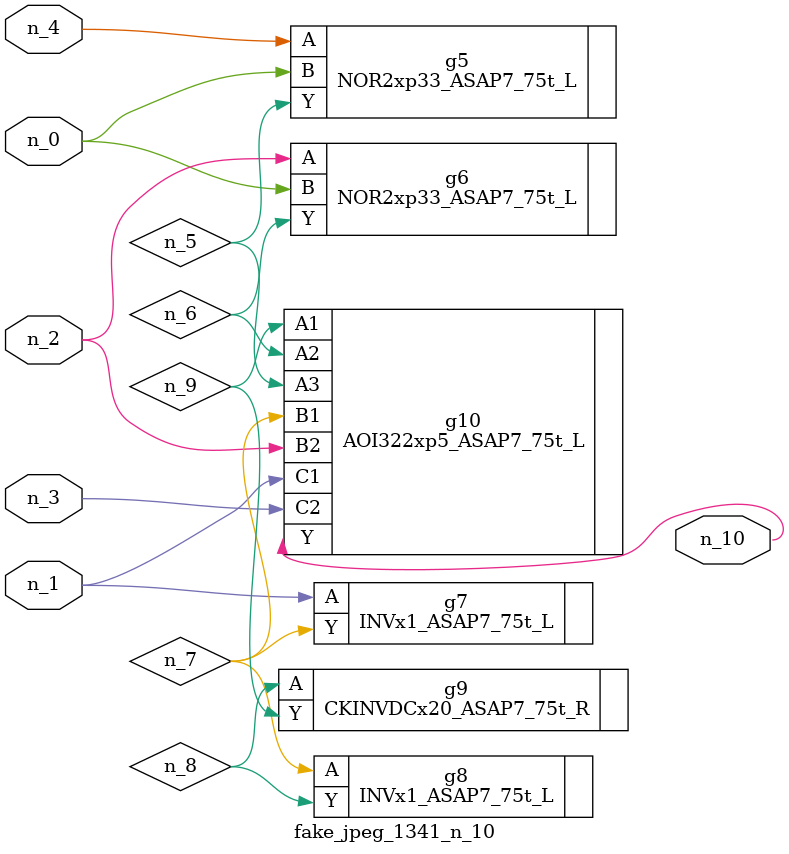
<source format=v>
module fake_jpeg_1341_n_10 (n_3, n_2, n_1, n_0, n_4, n_10);

input n_3;
input n_2;
input n_1;
input n_0;
input n_4;

output n_10;

wire n_8;
wire n_9;
wire n_6;
wire n_5;
wire n_7;

NOR2xp33_ASAP7_75t_L g5 ( 
.A(n_4),
.B(n_0),
.Y(n_5)
);

NOR2xp33_ASAP7_75t_L g6 ( 
.A(n_2),
.B(n_0),
.Y(n_6)
);

INVx1_ASAP7_75t_L g7 ( 
.A(n_1),
.Y(n_7)
);

INVx1_ASAP7_75t_L g8 ( 
.A(n_7),
.Y(n_8)
);

CKINVDCx20_ASAP7_75t_R g9 ( 
.A(n_8),
.Y(n_9)
);

AOI322xp5_ASAP7_75t_L g10 ( 
.A1(n_9),
.A2(n_6),
.A3(n_5),
.B1(n_7),
.B2(n_2),
.C1(n_1),
.C2(n_3),
.Y(n_10)
);


endmodule
</source>
